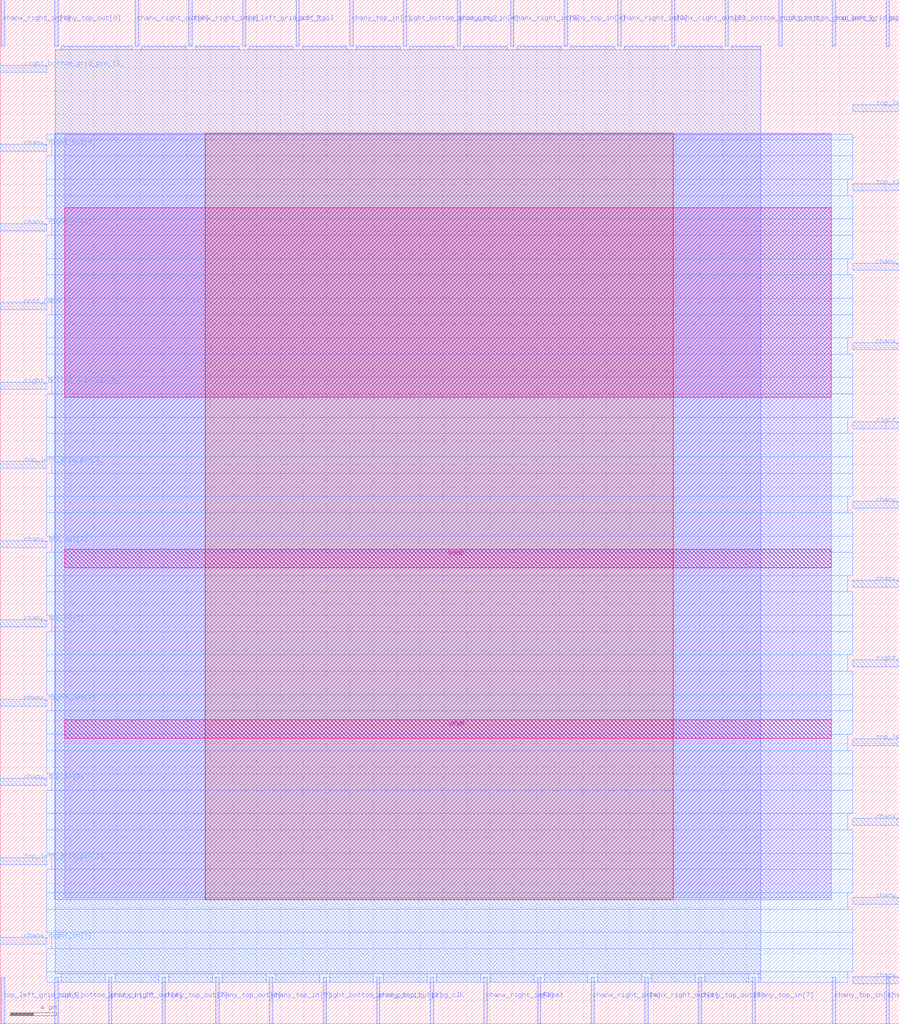
<source format=lef>
VERSION 5.7 ;
  NOWIREEXTENSIONATPIN ON ;
  DIVIDERCHAR "/" ;
  BUSBITCHARS "[]" ;
MACRO sb_0__0_
  CLASS BLOCK ;
  FOREIGN sb_0__0_ ;
  ORIGIN 0.000 0.000 ;
  SIZE 77.120 BY 87.840 ;
  PIN ccff_head
    DIRECTION INPUT ;
    PORT
      LAYER met3 ;
        RECT 0.000 61.240 4.000 61.840 ;
    END
  END ccff_head
  PIN ccff_tail
    DIRECTION OUTPUT TRISTATE ;
    PORT
      LAYER met2 ;
        RECT 25.390 83.840 25.670 87.840 ;
    END
  END ccff_tail
  PIN chanx_right_in[0]
    DIRECTION INPUT ;
    PORT
      LAYER met2 ;
        RECT 16.190 83.840 16.470 87.840 ;
    END
  END chanx_right_in[0]
  PIN chanx_right_in[1]
    DIRECTION INPUT ;
    PORT
      LAYER met2 ;
        RECT 0.090 83.840 0.370 87.840 ;
    END
  END chanx_right_in[1]
  PIN chanx_right_in[2]
    DIRECTION INPUT ;
    PORT
      LAYER met2 ;
        RECT 52.990 83.840 53.270 87.840 ;
    END
  END chanx_right_in[2]
  PIN chanx_right_in[3]
    DIRECTION INPUT ;
    PORT
      LAYER met2 ;
        RECT 41.490 0.000 41.770 4.000 ;
    END
  END chanx_right_in[3]
  PIN chanx_right_in[4]
    DIRECTION INPUT ;
    PORT
      LAYER met2 ;
        RECT 50.690 0.000 50.970 4.000 ;
    END
  END chanx_right_in[4]
  PIN chanx_right_in[5]
    DIRECTION INPUT ;
    PORT
      LAYER met2 ;
        RECT 43.790 83.840 44.070 87.840 ;
    END
  END chanx_right_in[5]
  PIN chanx_right_in[6]
    DIRECTION INPUT ;
    PORT
      LAYER met3 ;
        RECT 0.000 68.040 4.000 68.640 ;
    END
  END chanx_right_in[6]
  PIN chanx_right_in[7]
    DIRECTION INPUT ;
    PORT
      LAYER met3 ;
        RECT 0.000 6.840 4.000 7.440 ;
    END
  END chanx_right_in[7]
  PIN chanx_right_in[8]
    DIRECTION INPUT ;
    PORT
      LAYER met3 ;
        RECT 73.120 37.440 77.120 38.040 ;
    END
  END chanx_right_in[8]
  PIN chanx_right_out[0]
    DIRECTION OUTPUT TRISTATE ;
    PORT
      LAYER met2 ;
        RECT 11.590 83.840 11.870 87.840 ;
    END
  END chanx_right_out[0]
  PIN chanx_right_out[1]
    DIRECTION OUTPUT TRISTATE ;
    PORT
      LAYER met2 ;
        RECT 55.290 0.000 55.570 4.000 ;
    END
  END chanx_right_out[1]
  PIN chanx_right_out[2]
    DIRECTION OUTPUT TRISTATE ;
    PORT
      LAYER met3 ;
        RECT 0.000 27.240 4.000 27.840 ;
    END
  END chanx_right_out[2]
  PIN chanx_right_out[3]
    DIRECTION OUTPUT TRISTATE ;
    PORT
      LAYER met2 ;
        RECT 57.590 83.840 57.870 87.840 ;
    END
  END chanx_right_out[3]
  PIN chanx_right_out[4]
    DIRECTION OUTPUT TRISTATE ;
    PORT
      LAYER met2 ;
        RECT 9.290 0.000 9.570 4.000 ;
    END
  END chanx_right_out[4]
  PIN chanx_right_out[5]
    DIRECTION OUTPUT TRISTATE ;
    PORT
      LAYER met3 ;
        RECT 73.120 3.440 77.120 4.040 ;
    END
  END chanx_right_out[5]
  PIN chanx_right_out[6]
    DIRECTION OUTPUT TRISTATE ;
    PORT
      LAYER met3 ;
        RECT 0.000 74.840 4.000 75.440 ;
    END
  END chanx_right_out[6]
  PIN chanx_right_out[7]
    DIRECTION OUTPUT TRISTATE ;
    PORT
      LAYER met3 ;
        RECT 73.120 17.040 77.120 17.640 ;
    END
  END chanx_right_out[7]
  PIN chanx_right_out[8]
    DIRECTION OUTPUT TRISTATE ;
    PORT
      LAYER met3 ;
        RECT 73.120 57.840 77.120 58.440 ;
    END
  END chanx_right_out[8]
  PIN chany_top_in[0]
    DIRECTION INPUT ;
    PORT
      LAYER met2 ;
        RECT 75.990 0.000 76.270 4.000 ;
    END
  END chany_top_in[0]
  PIN chany_top_in[1]
    DIRECTION INPUT ;
    PORT
      LAYER met2 ;
        RECT 29.990 83.840 30.270 87.840 ;
    END
  END chany_top_in[1]
  PIN chany_top_in[2]
    DIRECTION INPUT ;
    PORT
      LAYER met3 ;
        RECT 0.000 34.040 4.000 34.640 ;
    END
  END chany_top_in[2]
  PIN chany_top_in[3]
    DIRECTION INPUT ;
    PORT
      LAYER met2 ;
        RECT 71.390 0.000 71.670 4.000 ;
    END
  END chany_top_in[3]
  PIN chany_top_in[4]
    DIRECTION INPUT ;
    PORT
      LAYER met2 ;
        RECT 48.390 83.840 48.670 87.840 ;
    END
  END chany_top_in[4]
  PIN chany_top_in[5]
    DIRECTION INPUT ;
    PORT
      LAYER met2 ;
        RECT 23.090 0.000 23.370 4.000 ;
    END
  END chany_top_in[5]
  PIN chany_top_in[6]
    DIRECTION INPUT ;
    PORT
      LAYER met2 ;
        RECT 39.190 83.840 39.470 87.840 ;
    END
  END chany_top_in[6]
  PIN chany_top_in[7]
    DIRECTION INPUT ;
    PORT
      LAYER met2 ;
        RECT 64.490 0.000 64.770 4.000 ;
    END
  END chany_top_in[7]
  PIN chany_top_in[8]
    DIRECTION INPUT ;
    PORT
      LAYER met3 ;
        RECT 0.000 20.440 4.000 21.040 ;
    END
  END chany_top_in[8]
  PIN chany_top_out[0]
    DIRECTION OUTPUT TRISTATE ;
    PORT
      LAYER met2 ;
        RECT 4.690 83.840 4.970 87.840 ;
    END
  END chany_top_out[0]
  PIN chany_top_out[1]
    DIRECTION OUTPUT TRISTATE ;
    PORT
      LAYER met2 ;
        RECT 32.290 0.000 32.570 4.000 ;
    END
  END chany_top_out[1]
  PIN chany_top_out[2]
    DIRECTION OUTPUT TRISTATE ;
    PORT
      LAYER met3 ;
        RECT 73.120 44.240 77.120 44.840 ;
    END
  END chany_top_out[2]
  PIN chany_top_out[3]
    DIRECTION OUTPUT TRISTATE ;
    PORT
      LAYER met3 ;
        RECT 0.000 40.840 4.000 41.440 ;
    END
  END chany_top_out[3]
  PIN chany_top_out[4]
    DIRECTION OUTPUT TRISTATE ;
    PORT
      LAYER met3 ;
        RECT 73.120 64.640 77.120 65.240 ;
    END
  END chany_top_out[4]
  PIN chany_top_out[5]
    DIRECTION OUTPUT TRISTATE ;
    PORT
      LAYER met3 ;
        RECT 73.120 10.240 77.120 10.840 ;
    END
  END chany_top_out[5]
  PIN chany_top_out[6]
    DIRECTION OUTPUT TRISTATE ;
    PORT
      LAYER met2 ;
        RECT 18.490 0.000 18.770 4.000 ;
    END
  END chany_top_out[6]
  PIN chany_top_out[7]
    DIRECTION OUTPUT TRISTATE ;
    PORT
      LAYER met2 ;
        RECT 13.890 0.000 14.170 4.000 ;
    END
  END chany_top_out[7]
  PIN chany_top_out[8]
    DIRECTION OUTPUT TRISTATE ;
    PORT
      LAYER met2 ;
        RECT 59.890 0.000 60.170 4.000 ;
    END
  END chany_top_out[8]
  PIN pReset
    DIRECTION INPUT ;
    PORT
      LAYER met2 ;
        RECT 46.090 0.000 46.370 4.000 ;
    END
  END pReset
  PIN prog_clk
    DIRECTION INPUT ;
    PORT
      LAYER met2 ;
        RECT 36.890 0.000 37.170 4.000 ;
    END
  END prog_clk
  PIN right_bottom_grid_pin_11_
    DIRECTION INPUT ;
    PORT
      LAYER met2 ;
        RECT 27.690 0.000 27.970 4.000 ;
    END
  END right_bottom_grid_pin_11_
  PIN right_bottom_grid_pin_13_
    DIRECTION INPUT ;
    PORT
      LAYER met3 ;
        RECT 0.000 81.640 4.000 82.240 ;
    END
  END right_bottom_grid_pin_13_
  PIN right_bottom_grid_pin_15_
    DIRECTION INPUT ;
    PORT
      LAYER met2 ;
        RECT 4.690 0.000 4.970 4.000 ;
    END
  END right_bottom_grid_pin_15_
  PIN right_bottom_grid_pin_1_
    DIRECTION INPUT ;
    PORT
      LAYER met2 ;
        RECT 62.190 83.840 62.470 87.840 ;
    END
  END right_bottom_grid_pin_1_
  PIN right_bottom_grid_pin_3_
    DIRECTION INPUT ;
    PORT
      LAYER met3 ;
        RECT 73.120 30.640 77.120 31.240 ;
    END
  END right_bottom_grid_pin_3_
  PIN right_bottom_grid_pin_5_
    DIRECTION INPUT ;
    PORT
      LAYER met3 ;
        RECT 0.000 54.440 4.000 55.040 ;
    END
  END right_bottom_grid_pin_5_
  PIN right_bottom_grid_pin_7_
    DIRECTION INPUT ;
    PORT
      LAYER met2 ;
        RECT 34.590 83.840 34.870 87.840 ;
    END
  END right_bottom_grid_pin_7_
  PIN right_bottom_grid_pin_9_
    DIRECTION INPUT ;
    PORT
      LAYER met2 ;
        RECT 66.790 83.840 67.070 87.840 ;
    END
  END right_bottom_grid_pin_9_
  PIN right_top_grid_pin_10_
    DIRECTION INPUT ;
    PORT
      LAYER met3 ;
        RECT 73.120 51.040 77.120 51.640 ;
    END
  END right_top_grid_pin_10_
  PIN top_left_grid_pin_11_
    DIRECTION INPUT ;
    PORT
      LAYER met3 ;
        RECT 73.120 23.840 77.120 24.440 ;
    END
  END top_left_grid_pin_11_
  PIN top_left_grid_pin_13_
    DIRECTION INPUT ;
    PORT
      LAYER met3 ;
        RECT 0.000 13.640 4.000 14.240 ;
    END
  END top_left_grid_pin_13_
  PIN top_left_grid_pin_15_
    DIRECTION INPUT ;
    PORT
      LAYER met2 ;
        RECT 71.390 83.840 71.670 87.840 ;
    END
  END top_left_grid_pin_15_
  PIN top_left_grid_pin_1_
    DIRECTION INPUT ;
    PORT
      LAYER met2 ;
        RECT 75.990 83.840 76.270 87.840 ;
    END
  END top_left_grid_pin_1_
  PIN top_left_grid_pin_3_
    DIRECTION INPUT ;
    PORT
      LAYER met3 ;
        RECT 0.000 47.640 4.000 48.240 ;
    END
  END top_left_grid_pin_3_
  PIN top_left_grid_pin_5_
    DIRECTION INPUT ;
    PORT
      LAYER met2 ;
        RECT 20.790 83.840 21.070 87.840 ;
    END
  END top_left_grid_pin_5_
  PIN top_left_grid_pin_7_
    DIRECTION INPUT ;
    PORT
      LAYER met3 ;
        RECT 73.120 78.240 77.120 78.840 ;
    END
  END top_left_grid_pin_7_
  PIN top_left_grid_pin_9_
    DIRECTION INPUT ;
    PORT
      LAYER met2 ;
        RECT 0.090 0.000 0.370 4.000 ;
    END
  END top_left_grid_pin_9_
  PIN top_right_grid_pin_11_
    DIRECTION INPUT ;
    PORT
      LAYER met3 ;
        RECT 73.120 71.440 77.120 72.040 ;
    END
  END top_right_grid_pin_11_
  PIN VPWR
    DIRECTION INPUT ;
    USE POWER ;
    PORT
      LAYER met5 ;
        RECT 5.520 24.480 71.300 26.080 ;
    END
  END VPWR
  PIN VGND
    DIRECTION INPUT ;
    USE GROUND ;
    PORT
      LAYER met5 ;
        RECT 5.520 39.120 71.300 40.720 ;
    END
  END VGND
  OBS
      LAYER li1 ;
        RECT 5.520 10.795 71.300 76.245 ;
      LAYER met1 ;
        RECT 4.670 10.640 71.300 76.400 ;
      LAYER met2 ;
        RECT 5.250 83.560 11.310 83.840 ;
        RECT 12.150 83.560 15.910 83.840 ;
        RECT 16.750 83.560 20.510 83.840 ;
        RECT 21.350 83.560 25.110 83.840 ;
        RECT 25.950 83.560 29.710 83.840 ;
        RECT 30.550 83.560 34.310 83.840 ;
        RECT 35.150 83.560 38.910 83.840 ;
        RECT 39.750 83.560 43.510 83.840 ;
        RECT 44.350 83.560 48.110 83.840 ;
        RECT 48.950 83.560 52.710 83.840 ;
        RECT 53.550 83.560 57.310 83.840 ;
        RECT 58.150 83.560 61.910 83.840 ;
        RECT 62.750 83.560 65.220 83.840 ;
        RECT 4.700 4.280 65.220 83.560 ;
        RECT 5.250 3.555 9.010 4.280 ;
        RECT 9.850 3.555 13.610 4.280 ;
        RECT 14.450 3.555 18.210 4.280 ;
        RECT 19.050 3.555 22.810 4.280 ;
        RECT 23.650 3.555 27.410 4.280 ;
        RECT 28.250 3.555 32.010 4.280 ;
        RECT 32.850 3.555 36.610 4.280 ;
        RECT 37.450 3.555 41.210 4.280 ;
        RECT 42.050 3.555 45.810 4.280 ;
        RECT 46.650 3.555 50.410 4.280 ;
        RECT 51.250 3.555 55.010 4.280 ;
        RECT 55.850 3.555 59.610 4.280 ;
        RECT 60.450 3.555 64.210 4.280 ;
        RECT 65.050 3.555 65.220 4.280 ;
      LAYER met3 ;
        RECT 4.000 75.840 73.120 76.325 ;
        RECT 4.400 74.440 73.120 75.840 ;
        RECT 4.000 72.440 73.120 74.440 ;
        RECT 4.000 71.040 72.720 72.440 ;
        RECT 4.000 69.040 73.120 71.040 ;
        RECT 4.400 67.640 73.120 69.040 ;
        RECT 4.000 65.640 73.120 67.640 ;
        RECT 4.000 64.240 72.720 65.640 ;
        RECT 4.000 62.240 73.120 64.240 ;
        RECT 4.400 60.840 73.120 62.240 ;
        RECT 4.000 58.840 73.120 60.840 ;
        RECT 4.000 57.440 72.720 58.840 ;
        RECT 4.000 55.440 73.120 57.440 ;
        RECT 4.400 54.040 73.120 55.440 ;
        RECT 4.000 52.040 73.120 54.040 ;
        RECT 4.000 50.640 72.720 52.040 ;
        RECT 4.000 48.640 73.120 50.640 ;
        RECT 4.400 47.240 73.120 48.640 ;
        RECT 4.000 45.240 73.120 47.240 ;
        RECT 4.000 43.840 72.720 45.240 ;
        RECT 4.000 41.840 73.120 43.840 ;
        RECT 4.400 40.440 73.120 41.840 ;
        RECT 4.000 38.440 73.120 40.440 ;
        RECT 4.000 37.040 72.720 38.440 ;
        RECT 4.000 35.040 73.120 37.040 ;
        RECT 4.400 33.640 73.120 35.040 ;
        RECT 4.000 31.640 73.120 33.640 ;
        RECT 4.000 30.240 72.720 31.640 ;
        RECT 4.000 28.240 73.120 30.240 ;
        RECT 4.400 26.840 73.120 28.240 ;
        RECT 4.000 24.840 73.120 26.840 ;
        RECT 4.000 23.440 72.720 24.840 ;
        RECT 4.000 21.440 73.120 23.440 ;
        RECT 4.400 20.040 73.120 21.440 ;
        RECT 4.000 18.040 73.120 20.040 ;
        RECT 4.000 16.640 72.720 18.040 ;
        RECT 4.000 14.640 73.120 16.640 ;
        RECT 4.400 13.240 73.120 14.640 ;
        RECT 4.000 11.240 73.120 13.240 ;
        RECT 4.000 9.840 72.720 11.240 ;
        RECT 4.000 7.840 73.120 9.840 ;
        RECT 4.400 6.440 73.120 7.840 ;
        RECT 4.000 4.440 73.120 6.440 ;
        RECT 4.000 3.575 72.720 4.440 ;
      LAYER met4 ;
        RECT 17.570 10.640 57.730 76.400 ;
      LAYER met5 ;
        RECT 5.520 53.760 71.300 70.000 ;
  END
END sb_0__0_
END LIBRARY


</source>
